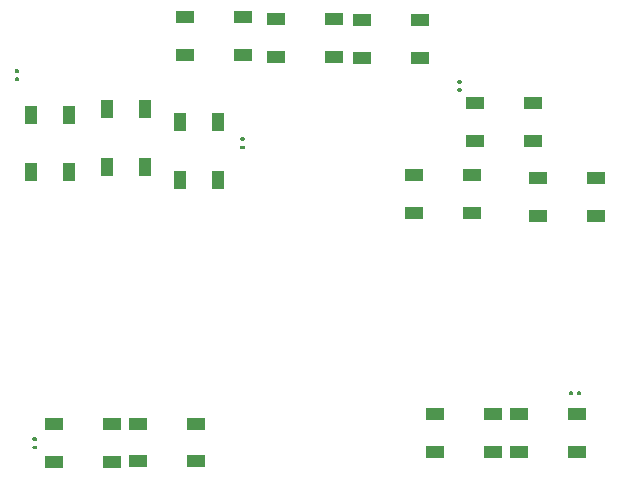
<source format=gbr>
%TF.GenerationSoftware,KiCad,Pcbnew,(5.1.6)-1*%
%TF.CreationDate,2020-11-24T18:40:46+11:00*%
%TF.ProjectId,ANT SEL Panel PCB V1,414e5420-5345-44c2-9050-616e656c2050,rev?*%
%TF.SameCoordinates,Original*%
%TF.FileFunction,Paste,Top*%
%TF.FilePolarity,Positive*%
%FSLAX46Y46*%
G04 Gerber Fmt 4.6, Leading zero omitted, Abs format (unit mm)*
G04 Created by KiCad (PCBNEW (5.1.6)-1) date 2020-11-24 18:40:46*
%MOMM*%
%LPD*%
G01*
G04 APERTURE LIST*
%ADD10R,1.500000X1.000000*%
%ADD11R,1.000000X1.500000*%
G04 APERTURE END LIST*
%TO.C,C5*%
G36*
G01*
X94849500Y-76186000D02*
X95050500Y-76186000D01*
G75*
G02*
X95130000Y-76265500I0J-79500D01*
G01*
X95130000Y-76424500D01*
G75*
G02*
X95050500Y-76504000I-79500J0D01*
G01*
X94849500Y-76504000D01*
G75*
G02*
X94770000Y-76424500I0J79500D01*
G01*
X94770000Y-76265500D01*
G75*
G02*
X94849500Y-76186000I79500J0D01*
G01*
G37*
G36*
G01*
X94849500Y-75496000D02*
X95050500Y-75496000D01*
G75*
G02*
X95130000Y-75575500I0J-79500D01*
G01*
X95130000Y-75734500D01*
G75*
G02*
X95050500Y-75814000I-79500J0D01*
G01*
X94849500Y-75814000D01*
G75*
G02*
X94770000Y-75734500I0J79500D01*
G01*
X94770000Y-75575500D01*
G75*
G02*
X94849500Y-75496000I79500J0D01*
G01*
G37*
%TD*%
%TO.C,C4*%
G36*
G01*
X140891000Y-71850500D02*
X140891000Y-71649500D01*
G75*
G02*
X140970500Y-71570000I79500J0D01*
G01*
X141129500Y-71570000D01*
G75*
G02*
X141209000Y-71649500I0J-79500D01*
G01*
X141209000Y-71850500D01*
G75*
G02*
X141129500Y-71930000I-79500J0D01*
G01*
X140970500Y-71930000D01*
G75*
G02*
X140891000Y-71850500I0J79500D01*
G01*
G37*
G36*
G01*
X140201000Y-71850500D02*
X140201000Y-71649500D01*
G75*
G02*
X140280500Y-71570000I79500J0D01*
G01*
X140439500Y-71570000D01*
G75*
G02*
X140519000Y-71649500I0J-79500D01*
G01*
X140519000Y-71850500D01*
G75*
G02*
X140439500Y-71930000I-79500J0D01*
G01*
X140280500Y-71930000D01*
G75*
G02*
X140201000Y-71850500I0J79500D01*
G01*
G37*
%TD*%
%TO.C,C3*%
G36*
G01*
X131025500Y-45564000D02*
X130824500Y-45564000D01*
G75*
G02*
X130745000Y-45484500I0J79500D01*
G01*
X130745000Y-45325500D01*
G75*
G02*
X130824500Y-45246000I79500J0D01*
G01*
X131025500Y-45246000D01*
G75*
G02*
X131105000Y-45325500I0J-79500D01*
G01*
X131105000Y-45484500D01*
G75*
G02*
X131025500Y-45564000I-79500J0D01*
G01*
G37*
G36*
G01*
X131025500Y-46254000D02*
X130824500Y-46254000D01*
G75*
G02*
X130745000Y-46174500I0J79500D01*
G01*
X130745000Y-46015500D01*
G75*
G02*
X130824500Y-45936000I79500J0D01*
G01*
X131025500Y-45936000D01*
G75*
G02*
X131105000Y-46015500I0J-79500D01*
G01*
X131105000Y-46174500D01*
G75*
G02*
X131025500Y-46254000I-79500J0D01*
G01*
G37*
%TD*%
%TO.C,C2*%
G36*
G01*
X112650500Y-50414000D02*
X112449500Y-50414000D01*
G75*
G02*
X112370000Y-50334500I0J79500D01*
G01*
X112370000Y-50175500D01*
G75*
G02*
X112449500Y-50096000I79500J0D01*
G01*
X112650500Y-50096000D01*
G75*
G02*
X112730000Y-50175500I0J-79500D01*
G01*
X112730000Y-50334500D01*
G75*
G02*
X112650500Y-50414000I-79500J0D01*
G01*
G37*
G36*
G01*
X112650500Y-51104000D02*
X112449500Y-51104000D01*
G75*
G02*
X112370000Y-51024500I0J79500D01*
G01*
X112370000Y-50865500D01*
G75*
G02*
X112449500Y-50786000I79500J0D01*
G01*
X112650500Y-50786000D01*
G75*
G02*
X112730000Y-50865500I0J-79500D01*
G01*
X112730000Y-51024500D01*
G75*
G02*
X112650500Y-51104000I-79500J0D01*
G01*
G37*
%TD*%
%TO.C,R1*%
G36*
G01*
X93550500Y-44634000D02*
X93349500Y-44634000D01*
G75*
G02*
X93270000Y-44554500I0J79500D01*
G01*
X93270000Y-44395500D01*
G75*
G02*
X93349500Y-44316000I79500J0D01*
G01*
X93550500Y-44316000D01*
G75*
G02*
X93630000Y-44395500I0J-79500D01*
G01*
X93630000Y-44554500D01*
G75*
G02*
X93550500Y-44634000I-79500J0D01*
G01*
G37*
G36*
G01*
X93550500Y-45324000D02*
X93349500Y-45324000D01*
G75*
G02*
X93270000Y-45244500I0J79500D01*
G01*
X93270000Y-45085500D01*
G75*
G02*
X93349500Y-45006000I79500J0D01*
G01*
X93550500Y-45006000D01*
G75*
G02*
X93630000Y-45085500I0J-79500D01*
G01*
X93630000Y-45244500D01*
G75*
G02*
X93550500Y-45324000I-79500J0D01*
G01*
G37*
%TD*%
D10*
%TO.C,D13*%
X135941200Y-73507600D03*
X135941200Y-76707600D03*
X140841200Y-73507600D03*
X140841200Y-76707600D03*
%TD*%
%TO.C,D12*%
X128829200Y-73507600D03*
X128829200Y-76707600D03*
X133729200Y-73507600D03*
X133729200Y-76707600D03*
%TD*%
%TO.C,D11*%
X103710200Y-74320400D03*
X103710200Y-77520400D03*
X108610200Y-74320400D03*
X108610200Y-77520400D03*
%TD*%
%TO.C,D10*%
X96610200Y-74346000D03*
X96610200Y-77546000D03*
X101510200Y-74346000D03*
X101510200Y-77546000D03*
%TD*%
%TO.C,D9*%
X137605200Y-53518000D03*
X137605200Y-56718000D03*
X142505200Y-53518000D03*
X142505200Y-56718000D03*
%TD*%
%TO.C,D8*%
X132221200Y-47168000D03*
X132221200Y-50368000D03*
X137121200Y-47168000D03*
X137121200Y-50368000D03*
%TD*%
%TO.C,D7*%
X127078200Y-53289200D03*
X127078200Y-56489200D03*
X131978200Y-53289200D03*
X131978200Y-56489200D03*
%TD*%
D11*
%TO.C,D6*%
X107239200Y-53668000D03*
X110439200Y-53668000D03*
X107239200Y-48768000D03*
X110439200Y-48768000D03*
%TD*%
%TO.C,D5*%
X101092200Y-52601200D03*
X104292200Y-52601200D03*
X101092200Y-47701200D03*
X104292200Y-47701200D03*
%TD*%
%TO.C,D4*%
X94640800Y-53058400D03*
X97840800Y-53058400D03*
X94640800Y-48158400D03*
X97840800Y-48158400D03*
%TD*%
D10*
%TO.C,D3*%
X122709200Y-40182800D03*
X122709200Y-43382800D03*
X127609200Y-40182800D03*
X127609200Y-43382800D03*
%TD*%
%TO.C,D2*%
X115406200Y-40106800D03*
X115406200Y-43306800D03*
X120306200Y-40106800D03*
X120306200Y-43306800D03*
%TD*%
%TO.C,D1*%
X107723200Y-39929200D03*
X107723200Y-43129200D03*
X112623200Y-39929200D03*
X112623200Y-43129200D03*
%TD*%
M02*

</source>
